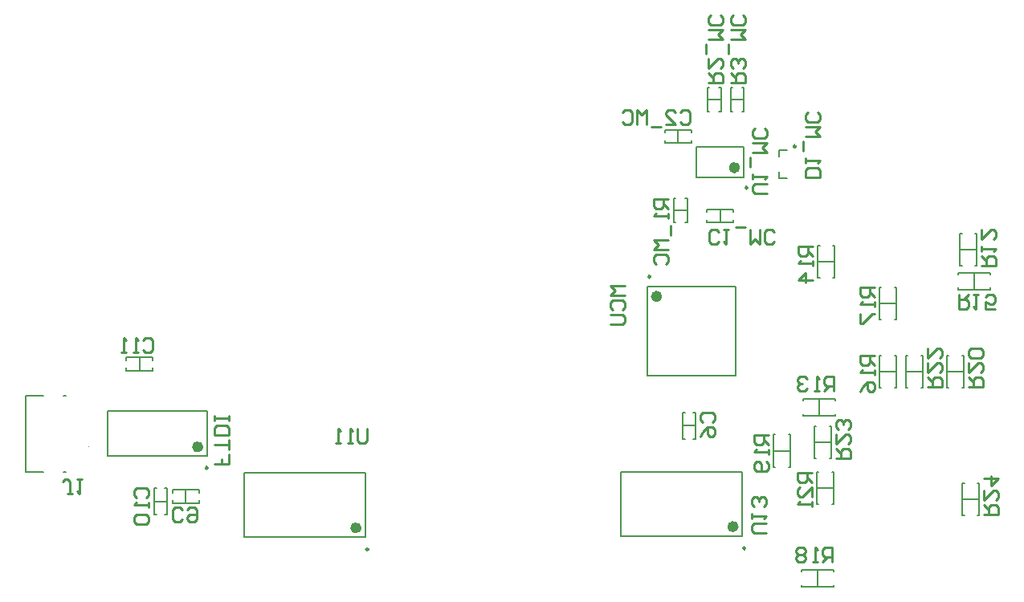
<source format=gbr>
%TF.GenerationSoftware,Altium Limited,Altium Designer,18.1.9 (240)*%
G04 Layer_Color=32896*
%FSLAX26Y26*%
%MOIN*%
%TF.FileFunction,Legend,Bot*%
%TF.Part,Single*%
G01*
G75*
%TA.AperFunction,NonConductor*%
%ADD71C,0.023622*%
%ADD72C,0.009842*%
%ADD73C,0.003937*%
%ADD74C,0.007874*%
%ADD75C,0.005906*%
%ADD76C,0.010000*%
D71*
X8432677Y4047087D02*
G03*
X8432677Y4047087I-11811J0D01*
G01*
X9089409Y3710512D02*
G03*
X9089409Y3710512I-11811J0D01*
G01*
X10654409Y3715512D02*
G03*
X10654409Y3715512I-11811J0D01*
G01*
X10660866Y5206378D02*
G03*
X10660866Y5206378I-11811J0D01*
G01*
X10337126Y4671616D02*
G03*
X10337126Y4671616I-11811J0D01*
G01*
D72*
X8462953Y3959488D02*
G03*
X8462953Y3959488I-4921J0D01*
G01*
X9129370Y3620945D02*
G03*
X9129370Y3620945I-4921J0D01*
G01*
X10694370Y3625945D02*
G03*
X10694370Y3625945I-4921J0D01*
G01*
X10703386Y5122717D02*
G03*
X10703386Y5122717I-4921J0D01*
G01*
X10903662Y5294803D02*
G03*
X10903662Y5294803I-4921J0D01*
G01*
X10299724Y4753309D02*
G03*
X10299724Y4753309I-4921J0D01*
G01*
D73*
X7971441Y4048819D02*
G03*
X7971441Y4048819I-1968J0D01*
G01*
D74*
X8046850Y4007717D02*
Y4196693D01*
X8460236Y4007717D02*
Y4196693D01*
X8046850D02*
X8460236D01*
X8046850Y4007717D02*
X8460236D01*
X7863189Y3942520D02*
X7875000D01*
X7705709D02*
X7780512D01*
X7705709Y4257480D02*
X7780512D01*
X7705709Y3942520D02*
Y4257480D01*
X7863189D02*
X7875000D01*
X8613031Y3671142D02*
Y3938858D01*
X9116969Y3671142D02*
Y3938858D01*
X8613031D02*
X9116969D01*
X8613031Y3671142D02*
X9116969D01*
X10178031Y3676142D02*
Y3943858D01*
X10681969Y3676142D02*
Y3943858D01*
X10178031D02*
X10681969D01*
X10178031Y3676142D02*
X10681969D01*
X10491575Y5167008D02*
Y5292992D01*
X10688425Y5167008D02*
Y5292992D01*
X10491575D02*
X10688425D01*
X10491575Y5167008D02*
X10688425D01*
X10833780Y5162520D02*
Y5188504D01*
Y5162520D02*
X10865866D01*
X10833780Y5251496D02*
Y5277480D01*
X10865866D01*
X10285945Y4710986D02*
X10654055D01*
X10285945Y4342876D02*
X10654055D01*
X10285945D02*
Y4710986D01*
X10654055Y4342876D02*
Y4710986D01*
D75*
X8180000Y4362441D02*
Y4417559D01*
X8235118Y4405748D02*
Y4417559D01*
X8124882D02*
X8235118D01*
X8124882Y4405748D02*
Y4417559D01*
Y4362441D02*
Y4374252D01*
Y4362441D02*
X8235118D01*
Y4374252D01*
X8239606Y3820000D02*
X8294724D01*
X8282913Y3764882D02*
X8294724D01*
Y3875118D01*
X8282913D02*
X8294724D01*
X8239606D02*
X8251417D01*
X8239606Y3764882D02*
Y3875118D01*
Y3764882D02*
X8251417D01*
X8372165Y3813622D02*
Y3868740D01*
X8427283Y3856929D02*
Y3868740D01*
X8317047D02*
X8427283D01*
X8317047Y3856929D02*
Y3868740D01*
Y3813622D02*
Y3825433D01*
Y3813622D02*
X8427283D01*
Y3825433D01*
X10432441Y4135000D02*
X10487559D01*
X10475748Y4079882D02*
X10487559D01*
Y4190118D01*
X10475748D02*
X10487559D01*
X10432441D02*
X10444252D01*
X10432441Y4079882D02*
Y4190118D01*
Y4079882D02*
X10444252D01*
X10632441Y5490000D02*
X10687559D01*
X10632441Y5540000D02*
X10640000D01*
X10632441Y5440000D02*
Y5540000D01*
Y5440000D02*
X10640000D01*
X10680000D02*
X10687559D01*
Y5540000D01*
X10680000D02*
X10687559D01*
X10537441Y5490000D02*
X10592559D01*
X10585000Y5440000D02*
X10592559D01*
Y5540000D01*
X10585000D02*
X10592559D01*
X10537441D02*
X10545000D01*
X10537441Y5440000D02*
Y5540000D01*
Y5440000D02*
X10545000D01*
X10397441Y5030000D02*
X10452559D01*
X10445000Y4980000D02*
X10452559D01*
Y5080000D01*
X10445000D02*
X10452559D01*
X10397441D02*
X10405000D01*
X10397441Y4980000D02*
Y5080000D01*
Y4980000D02*
X10405000D01*
X10415000Y5307441D02*
Y5362559D01*
X10359882Y5307441D02*
Y5319252D01*
Y5307441D02*
X10470118D01*
Y5319252D01*
Y5350748D02*
Y5362559D01*
X10359882D02*
X10470118D01*
X10359882Y5350748D02*
Y5362559D01*
X10590000Y4977441D02*
Y5032559D01*
X10645118Y5020748D02*
Y5032559D01*
X10534882D02*
X10645118D01*
X10534882Y5020748D02*
Y5032559D01*
Y4977441D02*
Y4989252D01*
Y4977441D02*
X10645118D01*
Y4989252D01*
X10989567Y3875551D02*
X11060433D01*
X11052559Y3808622D02*
X11060433D01*
Y3942480D01*
X11052559D02*
X11060433D01*
X10989567Y3808622D02*
X10997441D01*
X10989567D02*
Y3942480D01*
X10997441D01*
X10809567Y4030551D02*
X10880433D01*
X10872559Y3963622D02*
X10880433D01*
Y4097480D01*
X10872559D02*
X10880433D01*
X10809567Y3963622D02*
X10817441D01*
X10809567D02*
Y4097480D01*
X10817441D01*
X11645000Y4699567D02*
Y4770433D01*
X11711929Y4762559D02*
Y4770433D01*
X11578071D02*
X11711929D01*
X11578071Y4762559D02*
Y4770433D01*
X11711929Y4699567D02*
Y4707441D01*
X11578071Y4699567D02*
X11711929D01*
X11578071D02*
Y4707441D01*
X11584567Y4865000D02*
X11655433D01*
X11647559Y4798071D02*
X11655433D01*
Y4931929D01*
X11647559D02*
X11655433D01*
X11584567Y4798071D02*
X11592441D01*
X11584567D02*
Y4931929D01*
X11592441D01*
X11249567Y4360000D02*
X11320433D01*
X11249567Y4426929D02*
X11257441D01*
X11249567Y4293071D02*
Y4426929D01*
Y4293071D02*
X11257441D01*
X11312559Y4426929D02*
X11320433D01*
Y4293071D02*
Y4426929D01*
X11312559Y4293071D02*
X11320433D01*
X11249567Y4642953D02*
X11320433D01*
X11249567Y4709882D02*
X11257441D01*
X11249567Y4576024D02*
Y4709882D01*
Y4576024D02*
X11257441D01*
X11312559Y4709882D02*
X11320433D01*
Y4576024D02*
Y4709882D01*
X11312559Y4576024D02*
X11320433D01*
X10994567Y4815000D02*
X11065433D01*
X11057559Y4748071D02*
X11065433D01*
Y4881929D01*
X11057559D02*
X11065433D01*
X10994567Y4748071D02*
X11002441D01*
X10994567D02*
Y4881929D01*
X11002441D01*
X11000000Y4174567D02*
Y4245433D01*
X10933071Y4174567D02*
Y4182441D01*
Y4174567D02*
X11066929D01*
Y4182441D01*
X10933071Y4237559D02*
Y4245433D01*
X11066929D01*
Y4237559D02*
Y4245433D01*
X11529567Y4360000D02*
X11600433D01*
X11592559Y4293071D02*
X11600433D01*
Y4426929D01*
X11592559D02*
X11600433D01*
X11529567Y4293071D02*
X11537441D01*
X11529567D02*
Y4426929D01*
X11537441D01*
X10980118Y4065000D02*
X11050984D01*
X10980118Y4131929D02*
X10987992D01*
X10980118Y3998071D02*
Y4131929D01*
Y3998071D02*
X10987992D01*
X11043110Y4131929D02*
X11050984D01*
Y3998071D02*
Y4131929D01*
X11043110Y3998071D02*
X11050984D01*
X10995000Y3464961D02*
Y3535827D01*
X10928071Y3464961D02*
Y3472835D01*
Y3464961D02*
X11061929D01*
Y3472835D01*
X10928071Y3527953D02*
Y3535827D01*
X11061929D01*
Y3527953D02*
Y3535827D01*
X11359567Y4360000D02*
X11430433D01*
X11422559Y4293071D02*
X11430433D01*
Y4426929D01*
X11422559D02*
X11430433D01*
X11359567Y4293071D02*
X11367441D01*
X11359567D02*
Y4426929D01*
X11367441D01*
X11594567Y3830000D02*
X11665433D01*
X11594567Y3896929D02*
X11602441D01*
X11594567Y3763071D02*
Y3896929D01*
Y3763071D02*
X11602441D01*
X11657559Y3896929D02*
X11665433D01*
Y3763071D02*
Y3896929D01*
X11657559Y3763071D02*
X11665433D01*
D76*
X10779981Y3690000D02*
X10729997D01*
X10720000Y3699997D01*
Y3719990D01*
X10729997Y3729987D01*
X10779981D01*
X10720000Y3749981D02*
Y3769974D01*
Y3759977D01*
X10779981D01*
X10769984Y3749981D01*
Y3799964D02*
X10779981Y3809961D01*
Y3829955D01*
X10769984Y3839952D01*
X10759987D01*
X10749990Y3829955D01*
Y3819958D01*
Y3829955D01*
X10739994Y3839952D01*
X10729997D01*
X10720000Y3829955D01*
Y3809961D01*
X10729997Y3799964D01*
X10784981Y5100000D02*
X10734997D01*
X10725000Y5109997D01*
Y5129990D01*
X10734997Y5139987D01*
X10784981D01*
X10725000Y5159981D02*
Y5179974D01*
Y5169977D01*
X10784981D01*
X10774984Y5159981D01*
X10715003Y5209964D02*
Y5249952D01*
X10725000Y5269945D02*
X10784981D01*
X10764987Y5289939D01*
X10784981Y5309932D01*
X10725000D01*
X10774984Y5369913D02*
X10784981Y5359916D01*
Y5339922D01*
X10774984Y5329926D01*
X10734997D01*
X10725000Y5339922D01*
Y5359916D01*
X10734997Y5369913D01*
X9124000Y4122926D02*
Y4072942D01*
X9114003Y4062945D01*
X9094010D01*
X9084013Y4072942D01*
Y4122926D01*
X9064019Y4062945D02*
X9044026D01*
X9054023D01*
Y4122926D01*
X9064019Y4112929D01*
X9014036Y4062945D02*
X8994042D01*
X9004039D01*
Y4122926D01*
X9014036Y4112929D01*
X11685000Y3765000D02*
X11744981D01*
Y3794990D01*
X11734984Y3804987D01*
X11714990D01*
X11704994Y3794990D01*
Y3765000D01*
Y3784994D02*
X11685000Y3804987D01*
Y3864968D02*
Y3824981D01*
X11724987Y3864968D01*
X11734984D01*
X11744981Y3854971D01*
Y3834977D01*
X11734984Y3824981D01*
X11685000Y3914952D02*
X11744981D01*
X11714990Y3884961D01*
Y3924948D01*
X11070551Y4000000D02*
X11130532D01*
Y4029990D01*
X11120535Y4039987D01*
X11100541D01*
X11090545Y4029990D01*
Y4000000D01*
Y4019994D02*
X11070551Y4039987D01*
Y4099968D02*
Y4059981D01*
X11110538Y4099968D01*
X11120535D01*
X11130532Y4089971D01*
Y4069977D01*
X11120535Y4059981D01*
Y4119961D02*
X11130532Y4129958D01*
Y4149952D01*
X11120535Y4159948D01*
X11110538D01*
X11100541Y4149952D01*
Y4139955D01*
Y4149952D01*
X11090545Y4159948D01*
X11080548D01*
X11070551Y4149952D01*
Y4129958D01*
X11080548Y4119961D01*
X11450000Y4295000D02*
X11509981D01*
Y4324990D01*
X11499984Y4334987D01*
X11479990D01*
X11469994Y4324990D01*
Y4295000D01*
Y4314993D02*
X11450000Y4334987D01*
Y4394968D02*
Y4354981D01*
X11489987Y4394968D01*
X11499984D01*
X11509981Y4384971D01*
Y4364977D01*
X11499984Y4354981D01*
X11450000Y4454948D02*
Y4414961D01*
X11489987Y4454948D01*
X11499984D01*
X11509981Y4444952D01*
Y4424958D01*
X11499984Y4414961D01*
X10970000Y3940551D02*
X10910019D01*
Y3910561D01*
X10920016Y3900564D01*
X10940010D01*
X10950006Y3910561D01*
Y3940551D01*
Y3920558D02*
X10970000Y3900564D01*
Y3840584D02*
Y3880571D01*
X10930013Y3840584D01*
X10920016D01*
X10910019Y3850580D01*
Y3870574D01*
X10920016Y3880571D01*
X10970000Y3820590D02*
Y3800597D01*
Y3810593D01*
X10910019D01*
X10920016Y3820590D01*
X11620000Y4295000D02*
X11679981D01*
Y4324990D01*
X11669984Y4334987D01*
X11649990D01*
X11639994Y4324990D01*
Y4295000D01*
Y4314993D02*
X11620000Y4334987D01*
Y4394968D02*
Y4354981D01*
X11659987Y4394968D01*
X11669984D01*
X11679981Y4384971D01*
Y4364977D01*
X11669984Y4354981D01*
Y4414961D02*
X11679981Y4424958D01*
Y4444952D01*
X11669984Y4454948D01*
X11629997D01*
X11620000Y4444952D01*
Y4424958D01*
X11629997Y4414961D01*
X11669984D01*
X10790000Y4095551D02*
X10730019D01*
Y4065561D01*
X10740016Y4055564D01*
X10760010D01*
X10770006Y4065561D01*
Y4095551D01*
Y4075558D02*
X10790000Y4055564D01*
Y4035571D02*
Y4015577D01*
Y4025574D01*
X10730019D01*
X10740016Y4035571D01*
X10780003Y3985587D02*
X10790000Y3975590D01*
Y3955597D01*
X10780003Y3945600D01*
X10740016D01*
X10730019Y3955597D01*
Y3975590D01*
X10740016Y3985587D01*
X10750013D01*
X10760010Y3975590D01*
Y3945600D01*
X11054551Y3568394D02*
Y3628374D01*
X11024561D01*
X11014564Y3618378D01*
Y3598384D01*
X11024561Y3588387D01*
X11054551D01*
X11034558D02*
X11014564Y3568394D01*
X10994571D02*
X10974577D01*
X10984574D01*
Y3628374D01*
X10994571Y3618378D01*
X10944587D02*
X10934590Y3628374D01*
X10914596D01*
X10904600Y3618378D01*
Y3608381D01*
X10914596Y3598384D01*
X10904600Y3588387D01*
Y3578390D01*
X10914596Y3568394D01*
X10934590D01*
X10944587Y3578390D01*
Y3588387D01*
X10934590Y3598384D01*
X10944587Y3608381D01*
Y3618378D01*
X10934590Y3598384D02*
X10914596D01*
X11230000Y4707953D02*
X11170019D01*
Y4677962D01*
X11180016Y4667966D01*
X11200010D01*
X11210006Y4677962D01*
Y4707953D01*
Y4687959D02*
X11230000Y4667966D01*
Y4647972D02*
Y4627979D01*
Y4637975D01*
X11170019D01*
X11180016Y4647972D01*
X11170019Y4597988D02*
Y4558001D01*
X11180016D01*
X11220003Y4597988D01*
X11230000D01*
Y4425000D02*
X11170019D01*
Y4395010D01*
X11180016Y4385013D01*
X11200010D01*
X11210006Y4395010D01*
Y4425000D01*
Y4405007D02*
X11230000Y4385013D01*
Y4365019D02*
Y4345026D01*
Y4355023D01*
X11170019D01*
X11180016Y4365019D01*
X11170019Y4275048D02*
X11180016Y4295042D01*
X11200010Y4315036D01*
X11220003D01*
X11230000Y4305039D01*
Y4285045D01*
X11220003Y4275048D01*
X11210006D01*
X11200010Y4285045D01*
Y4315036D01*
X11579449Y4678583D02*
Y4618602D01*
X11609439D01*
X11619436Y4628599D01*
Y4648592D01*
X11609439Y4658589D01*
X11579449D01*
X11599442D02*
X11619436Y4678583D01*
X11639429D02*
X11659423D01*
X11649426D01*
Y4618602D01*
X11639429Y4628599D01*
X11729400Y4618602D02*
X11689413D01*
Y4648592D01*
X11709407Y4638596D01*
X11719404D01*
X11729400Y4648592D01*
Y4668586D01*
X11719404Y4678583D01*
X11699410D01*
X11689413Y4668586D01*
X10975000Y4880000D02*
X10915019D01*
Y4850010D01*
X10925016Y4840013D01*
X10945010D01*
X10955006Y4850010D01*
Y4880000D01*
Y4860007D02*
X10975000Y4840013D01*
Y4820019D02*
Y4800026D01*
Y4810023D01*
X10915019D01*
X10925016Y4820019D01*
X10975000Y4740045D02*
X10915019D01*
X10945010Y4770036D01*
Y4730048D01*
X11059551Y4278000D02*
Y4337981D01*
X11029561D01*
X11019564Y4327984D01*
Y4307990D01*
X11029561Y4297993D01*
X11059551D01*
X11039558D02*
X11019564Y4278000D01*
X10999571D02*
X10979577D01*
X10989574D01*
Y4337981D01*
X10999571Y4327984D01*
X10949587D02*
X10939590Y4337981D01*
X10919596D01*
X10909600Y4327984D01*
Y4317987D01*
X10919596Y4307990D01*
X10929593D01*
X10919596D01*
X10909600Y4297993D01*
Y4287997D01*
X10919596Y4278000D01*
X10939590D01*
X10949587Y4287997D01*
X11675000Y4800000D02*
X11734981D01*
Y4829990D01*
X11724984Y4839987D01*
X11704990D01*
X11694994Y4829990D01*
Y4800000D01*
Y4819993D02*
X11675000Y4839987D01*
Y4859981D02*
Y4879974D01*
Y4869977D01*
X11734981D01*
X11724984Y4859981D01*
X11675000Y4949952D02*
Y4909964D01*
X11714987Y4949952D01*
X11724984D01*
X11734981Y4939955D01*
Y4919961D01*
X11724984Y4909964D01*
X10635000Y5560000D02*
X10694981D01*
Y5589990D01*
X10684984Y5599987D01*
X10664990D01*
X10654994Y5589990D01*
Y5560000D01*
Y5579993D02*
X10635000Y5599987D01*
X10684984Y5619981D02*
X10694981Y5629977D01*
Y5649971D01*
X10684984Y5659968D01*
X10674987D01*
X10664990Y5649971D01*
Y5639974D01*
Y5649971D01*
X10654994Y5659968D01*
X10644997D01*
X10635000Y5649971D01*
Y5629977D01*
X10644997Y5619981D01*
X10625003Y5679961D02*
Y5719948D01*
X10635000Y5739942D02*
X10694981D01*
X10674987Y5759935D01*
X10694981Y5779929D01*
X10635000D01*
X10684984Y5839909D02*
X10694981Y5829913D01*
Y5809919D01*
X10684984Y5799922D01*
X10644997D01*
X10635000Y5809919D01*
Y5829913D01*
X10644997Y5839909D01*
X10540000Y5560000D02*
X10599981D01*
Y5589990D01*
X10589984Y5599987D01*
X10569990D01*
X10559994Y5589990D01*
Y5560000D01*
Y5579993D02*
X10540000Y5599987D01*
Y5659968D02*
Y5619981D01*
X10579987Y5659968D01*
X10589984D01*
X10599981Y5649971D01*
Y5629977D01*
X10589984Y5619981D01*
X10530003Y5679961D02*
Y5719948D01*
X10540000Y5739942D02*
X10599981D01*
X10579987Y5759935D01*
X10599981Y5779929D01*
X10540000D01*
X10589984Y5839909D02*
X10599981Y5829913D01*
Y5809919D01*
X10589984Y5799922D01*
X10549997D01*
X10540000Y5809919D01*
Y5829913D01*
X10549997Y5839909D01*
X10375000Y5075197D02*
X10315019D01*
Y5045207D01*
X10325016Y5035210D01*
X10345010D01*
X10355006Y5045207D01*
Y5075197D01*
Y5055203D02*
X10375000Y5035210D01*
Y5015216D02*
Y4995223D01*
Y5005220D01*
X10315019D01*
X10325016Y5015216D01*
X10384997Y4965233D02*
Y4925245D01*
X10375000Y4905252D02*
X10315019D01*
X10335013Y4885258D01*
X10315019Y4865265D01*
X10375000D01*
X10325016Y4805284D02*
X10315019Y4815281D01*
Y4835275D01*
X10325016Y4845271D01*
X10365003D01*
X10375000Y4835275D01*
Y4815281D01*
X10365003Y4805284D01*
X10195000Y4716931D02*
X10135019D01*
X10155013Y4696938D01*
X10135019Y4676944D01*
X10195000D01*
X10145016Y4616963D02*
X10135019Y4626960D01*
Y4646954D01*
X10145016Y4656950D01*
X10185003D01*
X10195000Y4646954D01*
Y4626960D01*
X10185003Y4616963D01*
X10135019Y4596970D02*
X10185003D01*
X10195000Y4586973D01*
Y4566980D01*
X10185003Y4556983D01*
X10135019D01*
X7902153Y3851200D02*
X7882159D01*
X7892156D01*
Y3901184D01*
X7882159Y3911181D01*
X7872162D01*
X7862165Y3901184D01*
X7922146Y3911181D02*
X7942140D01*
X7932143D01*
Y3851200D01*
X7922146Y3861197D01*
X8549981Y4014987D02*
Y3975000D01*
X8519990D01*
Y3994994D01*
Y3975000D01*
X8490000D01*
X8549981Y4034981D02*
Y4074968D01*
Y4054974D01*
X8490000D01*
X8549981Y4094961D02*
X8490000D01*
Y4124952D01*
X8499997Y4134948D01*
X8539984D01*
X8549981Y4124952D01*
Y4094961D01*
Y4154942D02*
Y4174935D01*
Y4164939D01*
X8490000D01*
Y4154942D01*
Y4174935D01*
X11004823Y5165000D02*
X10944843D01*
Y5194990D01*
X10954839Y5204987D01*
X10994826D01*
X11004823Y5194990D01*
Y5165000D01*
X10944843Y5224981D02*
Y5244974D01*
Y5234977D01*
X11004823D01*
X10994826Y5224981D01*
X10934846Y5274964D02*
Y5314952D01*
X10944843Y5334945D02*
X11004823D01*
X10984830Y5354939D01*
X11004823Y5374932D01*
X10944843D01*
X10994826Y5434913D02*
X11004823Y5424916D01*
Y5404922D01*
X10994826Y5394926D01*
X10954839D01*
X10944843Y5404922D01*
Y5424916D01*
X10954839Y5434913D01*
X8195013Y4489984D02*
X8205010Y4499981D01*
X8225003D01*
X8235000Y4489984D01*
Y4449997D01*
X8225003Y4440000D01*
X8205010D01*
X8195013Y4449997D01*
X8175019Y4440000D02*
X8155026D01*
X8165023D01*
Y4499981D01*
X8175019Y4489984D01*
X8125036Y4440000D02*
X8105042D01*
X8115039D01*
Y4499981D01*
X8125036Y4489984D01*
X8167615Y3835013D02*
X8157618Y3845010D01*
Y3865003D01*
X8167615Y3875000D01*
X8207602D01*
X8217598Y3865003D01*
Y3845010D01*
X8207602Y3835013D01*
X8217598Y3815019D02*
Y3795026D01*
Y3805023D01*
X8157618D01*
X8167615Y3815019D01*
Y3765036D02*
X8157618Y3755039D01*
Y3735045D01*
X8167615Y3725048D01*
X8207602D01*
X8217598Y3735045D01*
Y3755039D01*
X8207602Y3765036D01*
X8167615D01*
X8357152Y3745016D02*
X8347156Y3735019D01*
X8327162D01*
X8317165Y3745016D01*
Y3785003D01*
X8327162Y3795000D01*
X8347156D01*
X8357152Y3785003D01*
X8377146D02*
X8387143Y3795000D01*
X8407136D01*
X8417133Y3785003D01*
Y3745016D01*
X8407136Y3735019D01*
X8387143D01*
X8377146Y3745016D01*
Y3755013D01*
X8387143Y3765010D01*
X8417133D01*
X10517724Y4150013D02*
X10507728Y4160010D01*
Y4180003D01*
X10517724Y4190000D01*
X10557711D01*
X10567708Y4180003D01*
Y4160010D01*
X10557711Y4150013D01*
X10507728Y4090032D02*
X10517724Y4110026D01*
X10537718Y4130019D01*
X10557711D01*
X10567708Y4120023D01*
Y4100029D01*
X10557711Y4090032D01*
X10547715D01*
X10537718Y4100029D01*
Y4130019D01*
X10425013Y5434984D02*
X10435010Y5444981D01*
X10455003D01*
X10465000Y5434984D01*
Y5394997D01*
X10455003Y5385000D01*
X10435010D01*
X10425013Y5394997D01*
X10365032Y5385000D02*
X10405019D01*
X10365032Y5424987D01*
Y5434984D01*
X10375029Y5444981D01*
X10395023D01*
X10405019Y5434984D01*
X10345039Y5375003D02*
X10305052D01*
X10285058Y5385000D02*
Y5444981D01*
X10265065Y5424987D01*
X10245071Y5444981D01*
Y5385000D01*
X10185091Y5434984D02*
X10195087Y5444981D01*
X10215081D01*
X10225078Y5434984D01*
Y5394997D01*
X10215081Y5385000D01*
X10195087D01*
X10185091Y5394997D01*
X10584987Y4900016D02*
X10574990Y4890019D01*
X10554997D01*
X10545000Y4900016D01*
Y4940003D01*
X10554997Y4950000D01*
X10574990D01*
X10584987Y4940003D01*
X10604981Y4950000D02*
X10624974D01*
X10614977D01*
Y4890019D01*
X10604981Y4900016D01*
X10654964Y4959997D02*
X10694951D01*
X10714945Y4950000D02*
Y4890019D01*
X10734939Y4910013D01*
X10754932Y4890019D01*
Y4950000D01*
X10814913Y4900016D02*
X10804916Y4890019D01*
X10784922D01*
X10774926Y4900016D01*
Y4940003D01*
X10784922Y4950000D01*
X10804916D01*
X10814913Y4940003D01*
%TF.MD5,49af65f290899abc745838d8de057573*%
M02*

</source>
